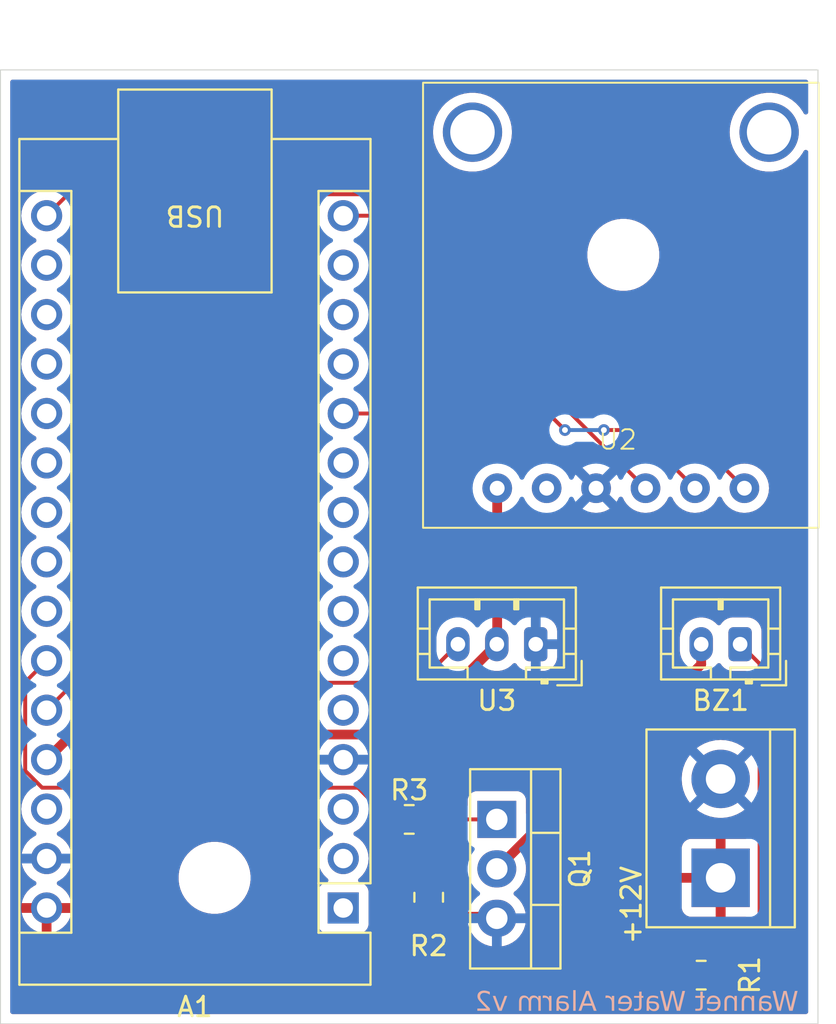
<source format=kicad_pcb>
(kicad_pcb (version 20240108) (generator "pcbnew") (generator_version "8.0")
  (layers (0 "F.Cu" signal) (31 "B.Cu" signal) (34 "B.Paste" user) (35 "F.Paste" user) (36 "B.SilkS" user "B.Silkscreen") (37 "F.SilkS" user "F.Silkscreen") (38 "B.Mask" user) (39 "F.Mask" user) (44 "Edge.Cuts" user))
  (net 0 "")
  (net 1 "Net-(A1-D8)")
  (net 3 "Net-(BZ1--)")
  (net 8 "+12V")
  (net 10 "Net-(A1-MISO)")
  (net 17 "GND")
  (net 22 "Net-(A1-SCK)")
  (net 24 "+5V")
  (net 29 "Net-(BZ1-+)")
  (net 30 "Net-(Q1-G)")
  (net 31 "/Alarm")
  (net 33 "/Water")
  (footprint "Resistor_SMD:R_0805_2012Metric_Pad1.20x1.40mm_HandSolder" (layer "F.Cu") (at 110 101.5 -90)
    (property "Reference" "R2" (at 2.5 0 180) (layer "F.SilkS"))
    (property "Value" "10k")
    (fp_line (start -0.227064 0.735) (end 0.227064 0.735) (stroke (width 0.12)) (layer "F.SilkS"))
    (fp_line (start -0.227064 -0.735) (end 0.227064 -0.735) (stroke (width 0.12)) (layer "F.SilkS"))
    (pad "1" smd roundrect (at -1 0 270) (size 1.2 1.4) (layers "F.Cu" "F.Paste" "F.Mask") (roundrect_rratio 0.208333) (net 30 "Net-(Q1-G)"))
    (pad "2" smd roundrect (at 1 0 270) (size 1.2 1.4) (layers "F.Cu" "F.Paste" "F.Mask") (roundrect_rratio 0.208333) (net 17 "GND"))
  )
  (footprint "Resistor_SMD:R_0805_2012Metric_Pad1.20x1.40mm_HandSolder" (layer "F.Cu") (at 109 97.5)
    (property "Reference" "R3" (at 0 -1.5 180) (layer "F.SilkS"))
    (property "Value" "220")
    (fp_line (start -0.227064 -0.735) (end 0.227064 -0.735) (stroke (width 0.12)) (layer "F.SilkS"))
    (fp_line (start -0.227064 0.735) (end 0.227064 0.735) (stroke (width 0.12)) (layer "F.SilkS"))
    (pad "1" smd roundrect (at -1 0) (size 1.2 1.4) (layers "F.Cu" "F.Paste" "F.Mask") (roundrect_rratio 0.208333) (net 31 "/Alarm"))
    (pad "2" smd roundrect (at 1 0) (size 1.2 1.4) (layers "F.Cu" "F.Paste" "F.Mask") (roundrect_rratio 0.208333) (net 30 "Net-(Q1-G)"))
  )
  (footprint "MountingHole:MountingHole_3.2mm_M3" (layer "F.Cu") (at 99 100.5)
    (property "Reference" "REF**" (hide yes))
    (property "Value" "MountingHole_3.2mm_M3")
    (pad "" np_thru_hole circle (at 0 0) (size 3.2 3.2) (drill 3.2) (layers "*.Cu" "*.Mask"))
  )
  (footprint "Package_TO_SOT_THT:TO-220-3_Vertical" (layer "F.Cu") (at 113.5 97.5 -90)
    (property "Reference" "Q1" (at 2.54 -4.27 90) (layer "F.SilkS"))
    (property "Value" "IRLB8721PBF")
    (fp_line (start -2.58 1.371) (end 7.66 1.371) (stroke (width 0.12)) (layer "F.SilkS"))
    (fp_line (start -2.58 -1.76) (end 7.66 -1.76) (stroke (width 0.12)) (layer "F.SilkS"))
    (fp_line (start -2.58 -3.27) (end -2.58 1.371) (stroke (width 0.12)) (layer "F.SilkS"))
    (fp_line (start -2.58 -3.27) (end 7.66 -3.27) (stroke (width 0.12)) (layer "F.SilkS"))
    (fp_line (start 0.69 -3.27) (end 0.69 -1.76) (stroke (width 0.12)) (layer "F.SilkS"))
    (fp_line (start 4.391 -3.27) (end 4.391 -1.76) (stroke (width 0.12)) (layer "F.SilkS"))
    (fp_line (start 7.66 -3.27) (end 7.66 1.371) (stroke (width 0.12)) (layer "F.SilkS"))
    (pad "1" thru_hole rect (at 0 0 270) (size 1.905 2) (drill 1.1) (layers "*.Cu" "*.Mask") (net 30 "Net-(Q1-G)"))
    (pad "2" thru_hole oval (at 2.54 0 270) (size 1.905 2) (drill 1.1) (layers "*.Cu" "*.Mask") (net 3 "Net-(BZ1--)"))
    (pad "3" thru_hole oval (at 5.08 0 270) (size 1.905 2) (drill 1.1) (layers "*.Cu" "*.Mask") (net 17 "GND"))
  )
  (footprint "Connector_JST:JST_PH_B2B-PH-K_1x02_P2.00mm_Vertical" (layer "F.Cu") (at 126 88.5 180)
    (property "Reference" "BZ1" (at 1 -2.9 0) (layer "F.SilkS"))
    (property "Value" "Buzzer")
    (fp_line (start 4.06 2.91) (end 4.06 -1.81) (stroke (width 0.12)) (layer "F.SilkS"))
    (fp_line (start 4.06 0.8) (end 3.45 0.8) (stroke (width 0.12)) (layer "F.SilkS"))
    (fp_line (start 4.06 -0.5) (end 3.45 -0.5) (stroke (width 0.12)) (layer "F.SilkS"))
    (fp_line (start 4.06 -1.81) (end -2.06 -1.81) (stroke (width 0.12)) (layer "F.SilkS"))
    (fp_line (start 3.45 2.3) (end 3.45 -1.2) (stroke (width 0.12)) (layer "F.SilkS"))
    (fp_line (start 3.45 -1.2) (end 1.5 -1.2) (stroke (width 0.12)) (layer "F.SilkS"))
    (fp_line (start 1.5 -1.2) (end 1.5 -1.81) (stroke (width 0.12)) (layer "F.SilkS"))
    (fp_line (start 1.1 1.8) (end 1.1 2.3) (stroke (width 0.12)) (layer "F.SilkS"))
    (fp_line (start 1 2.3) (end 1 1.8) (stroke (width 0.12)) (layer "F.SilkS"))
    (fp_line (start 0.9 2.3) (end 0.9 1.8) (stroke (width 0.12)) (layer "F.SilkS"))
    (fp_line (start 0.9 1.8) (end 1.1 1.8) (stroke (width 0.12)) (layer "F.SilkS"))
    (fp_line (start 0.5 -1.2) (end -1.45 -1.2) (stroke (width 0.12)) (layer "F.SilkS"))
    (fp_line (start 0.5 -1.81) (end 0.5 -1.2) (stroke (width 0.12)) (layer "F.SilkS"))
    (fp_line (start -0.3 -1.81) (end -0.3 -2.01) (stroke (width 0.12)) (layer "F.SilkS"))
    (fp_line (start -0.3 -1.91) (end -0.6 -1.91) (stroke (width 0.12)) (layer "F.SilkS"))
    (fp_line (start -0.3 -2.01) (end -0.6 -2.01) (stroke (width 0.12)) (layer "F.SilkS"))
    (fp_line (start -0.6 -2.01) (end -0.6 -1.81) (stroke (width 0.12)) (layer "F.SilkS"))
    (fp_line (start -1.11 -2.11) (end -2.36 -2.11) (stroke (width 0.12)) (layer "F.SilkS"))
    (fp_line (start -1.45 2.3) (end 3.45 2.3) (stroke (width 0.12)) (layer "F.SilkS"))
    (fp_line (start -1.45 -1.2) (end -1.45 2.3) (stroke (width 0.12)) (layer "F.SilkS"))
    (fp_line (start -2.06 2.91) (end 4.06 2.91) (stroke (width 0.12)) (layer "F.SilkS"))
    (fp_line (start -2.06 0.8) (end -1.45 0.8) (stroke (width 0.12)) (layer "F.SilkS"))
    (fp_line (start -2.06 -0.5) (end -1.45 -0.5) (stroke (width 0.12)) (layer "F.SilkS"))
    (fp_line (start -2.06 -1.81) (end -2.06 2.91) (stroke (width 0.12)) (layer "F.SilkS"))
    (fp_line (start -2.36 -2.11) (end -2.36 -0.86) (stroke (width 0.12)) (layer "F.SilkS"))
    (pad "1" thru_hole roundrect (at 0 0 180) (size 1.2 1.75) (drill 0.75) (layers "*.Cu" "*.Mask") (roundrect_rratio 0.208333) (net 29 "Net-(BZ1-+)"))
    (pad "2" thru_hole oval (at 2 0 180) (size 1.2 1.75) (drill 0.75) (layers "*.Cu" "*.Mask") (net 3 "Net-(BZ1--)"))
  )
  (footprint "MountingHole:MountingHole_3.2mm_M3" (layer "F.Cu") (at 120 68.5)
    (property "Reference" "REF**" (hide yes))
    (property "Value" "MountingHole_3.2mm_M3")
    (pad "" np_thru_hole circle (at 0 0) (size 3.2 3.2) (drill 3.2) (layers "*.Cu" "*.Mask"))
  )
  (footprint "Wannet:MAX31855_thermocouple_breakout" (layer "F.Cu") (at 119.71 55.66)
    (property "Reference" "U2" (at 0 22.34 0) (layer "F.SilkS") (effects (font (thickness 0.1))))
    (property "Value" "MAX31855")
    (fp_rect (start -10 4) (end 10.32 26.86) (stroke (width 0.1)) (fill none) (layer "F.SilkS"))
    (pad "" thru_hole circle (at -7.46 6.54) (size 3.048 3.048) (drill 2.286) (layers "*.Cu" "*.Mask"))
    (pad "" thru_hole circle (at 7.78 6.54) (size 3.048 3.048) (drill 2.286) (layers "*.Cu" "*.Mask"))
    (pad "1" thru_hole circle (at -6.19 24.828) (size 1.524 1.524) (drill 0.762) (layers "*.Cu" "*.Mask") (net 24 "+5V"))
    (pad "2" thru_hole circle (at -3.65 24.828) (size 1.524 1.524) (drill 0.762) (layers "*.Cu" "*.Mask"))
    (pad "3" thru_hole circle (at -1.11 24.828) (size 1.524 1.524) (drill 0.762) (layers "*.Cu" "*.Mask") (net 17 "GND"))
    (pad "4" thru_hole circle (at 1.43 24.828) (size 1.524 1.524) (drill 0.762) (layers "*.Cu" "*.Mask") (net 10 "Net-(A1-MISO)"))
    (pad "5" thru_hole circle (at 3.97 24.828) (size 1.524 1.524) (drill 0.762) (layers "*.Cu" "*.Mask") (net 1 "Net-(A1-D8)"))
    (pad "6" thru_hole circle (at 6.51 24.828) (size 1.524 1.524) (drill 0.762) (layers "*.Cu" "*.Mask") (net 22 "Net-(A1-SCK)"))
  )
  (footprint "TerminalBlock:TerminalBlock_bornier-2_P5.08mm" (layer "F.Cu") (at 125 100.5 90)
    (property "Reference" "J1" (hide yes))
    (property "Value" "Barrel_Jack")
    (fp_line (start 7.62 -3.81) (end -2.54 -3.81) (stroke (width 0.12)) (layer "F.SilkS"))
    (fp_line (start -2.54 -3.81) (end -2.54 3.81) (stroke (width 0.12)) (layer "F.SilkS"))
    (fp_line (start 7.62 2.54) (end -2.54 2.54) (stroke (width 0.12)) (layer "F.SilkS"))
    (fp_line (start 7.62 3.81) (end 7.62 -3.81) (stroke (width 0.12)) (layer "F.SilkS"))
    (fp_line (start -2.54 3.81) (end 7.62 3.81) (stroke (width 0.12)) (layer "F.SilkS"))
    (pad "1" thru_hole rect (at 0 0 90) (size 3 3) (drill 1.52) (layers "*.Cu" "*.Mask") (net 8 "+12V"))
    (pad "2" thru_hole circle (at 5.08 0 90) (size 3 3) (drill 1.52) (layers "*.Cu" "*.Mask") (net 17 "GND"))
  )
  (footprint "Module:Arduino_Nano" (layer "F.Cu") (at 105.61 102.05 180)
    (property "Reference" "A1" (at 7.62 -5.08 0) (layer "F.SilkS"))
    (property "Value" "Arduino_Nano_Every")
    (fp_line (start 16.64 39.5) (end 16.64 -3.94) (stroke (width 0.12)) (layer "F.SilkS"))
    (fp_line (start 16.64 39.5) (end 11.56 39.5) (stroke (width 0.12)) (layer "F.SilkS"))
    (fp_line (start 16.64 -3.94) (end -1.4 -3.94) (stroke (width 0.12)) (layer "F.SilkS"))
    (fp_line (start 13.97 36.83) (end 16.64 36.83) (stroke (width 0.12)) (layer "F.SilkS"))
    (fp_line (start 13.97 -1.27) (end 16.64 -1.27) (stroke (width 0.12)) (layer "F.SilkS"))
    (fp_line (start 13.97 -1.27) (end 13.97 36.83) (stroke (width 0.12)) (layer "F.SilkS"))
    (fp_line (start 11.56 42.04) (end 3.68 42.04) (stroke (width 0.12)) (layer "F.SilkS"))
    (fp_line (start 11.56 31.62) (end 11.56 42.04) (stroke (width 0.12)) (layer "F.SilkS"))
    (fp_line (start 3.68 42.04) (end 3.68 31.62) (stroke (width 0.12)) (layer "F.SilkS"))
    (fp_line (start 3.68 31.62) (end 11.56 31.62) (stroke (width 0.12)) (layer "F.SilkS"))
    (fp_line (start 1.27 36.83) (end -1.4 36.83) (stroke (width 0.12)) (layer "F.SilkS"))
    (fp_line (start 1.27 1.27) (end 1.27 36.83) (stroke (width 0.12)) (layer "F.SilkS"))
    (fp_line (start 1.27 1.27) (end 1.27 -1.27) (stroke (width 0.12)) (layer "F.SilkS"))
    (fp_line (start 1.27 1.27) (end -1.4 1.27) (stroke (width 0.12)) (layer "F.SilkS"))
    (fp_line (start 1.27 -1.27) (end -1.4 -1.27) (stroke (width 0.12)) (layer "F.SilkS"))
    (fp_line (start -1.4 39.5) (end 3.68 39.5) (stroke (width 0.12)) (layer "F.SilkS"))
    (fp_line (start -1.4 1.27) (end -1.4 39.5) (stroke (width 0.12)) (layer "F.SilkS"))
    (fp_line (start -1.4 -3.94) (end -1.4 -1.27) (stroke (width 0.12)) (layer "F.SilkS"))
    (fp_text user "USB" (at 7.62 35.56 180) (layer "F.SilkS"))
    (pad "1" thru_hole rect (at 0 0 180) (size 1.6 1.6) (drill 1) (layers "*.Cu" "*.Mask"))
    (pad "2" thru_hole oval (at 0 2.54 180) (size 1.6 1.6) (drill 1) (layers "*.Cu" "*.Mask"))
    (pad "3" thru_hole oval (at 0 5.08 180) (size 1.6 1.6) (drill 1) (layers "*.Cu" "*.Mask"))
    (pad "4" thru_hole oval (at 0 7.62 180) (size 1.6 1.6) (drill 1) (layers "*.Cu" "*.Mask") (net 17 "GND"))
    (pad "5" thru_hole oval (at 0 10.16 180) (size 1.6 1.6) (drill 1) (layers "*.Cu" "*.Mask"))
    (pad "6" thru_hole oval (at 0 12.7 180) (size 1.6 1.6) (drill 1) (layers "*.Cu" "*.Mask"))
    (pad "7" thru_hole oval (at 0 15.24 180) (size 1.6 1.6) (drill 1) (layers "*.Cu" "*.Mask"))
    (pad "8" thru_hole oval (at 0 17.78 180) (size 1.6 1.6) (drill 1) (layers "*.Cu" "*.Mask"))
    (pad "9" thru_hole oval (at 0 20.32 180) (size 1.6 1.6) (drill 1) (layers "*.Cu" "*.Mask"))
    (pad "10" thru_hole oval (at 0 22.86 180) (size 1.6 1.6) (drill 1) (layers "*.Cu" "*.Mask"))
    (pad "11" thru_hole oval (at 0 25.4 180) (size 1.6 1.6) (drill 1) (layers "*.Cu" "*.Mask") (net 1 "Net-(A1-D8)"))
    (pad "12" thru_hole oval (at 0 27.94 180) (size 1.6 1.6) (drill 1) (layers "*.Cu" "*.Mask"))
    (pad "13" thru_hole oval (at 0 30.48 180) (size 1.6 1.6) (drill 1) (layers "*.Cu" "*.Mask"))
    (pad "14" thru_hole oval (at 0 33.02 180) (size 1.6 1.6) (drill 1) (layers "*.Cu" "*.Mask"))
    (pad "15" thru_hole oval (at 0 35.56 180) (size 1.6 1.6) (drill 1) (layers "*.Cu" "*.Mask") (net 10 "Net-(A1-MISO)"))
    (pad "16" thru_hole oval (at 15.24 35.56 180) (size 1.6 1.6) (drill 1) (layers "*.Cu" "*.Mask") (net 22 "Net-(A1-SCK)"))
    (pad "17" thru_hole oval (at 15.24 33.02 180) (size 1.6 1.6) (drill 1) (layers "*.Cu" "*.Mask"))
    (pad "18" thru_hole oval (at 15.24 30.48 180) (size 1.6 1.6) (drill 1) (layers "*.Cu" "*.Mask"))
    (pad "19" thru_hole oval (at 15.24 27.94 180) (size 1.6 1.6) (drill 1) (layers "*.Cu" "*.Mask"))
    (pad "20" thru_hole oval (at 15.24 25.4 180) (size 1.6 1.6) (drill 1) (layers "*.Cu" "*.Mask"))
    (pad "21" thru_hole oval (at 15.24 22.86 180) (size 1.6 1.6) (drill 1) (layers "*.Cu" "*.Mask"))
    (pad "22" thru_hole oval (at 15.24 20.32 180) (size 1.6 1.6) (drill 1) (layers "*.Cu" "*.Mask"))
    (pad "23" thru_hole oval (at 15.24 17.78 180) (size 1.6 1.6) (drill 1) (layers "*.Cu" "*.Mask"))
    (pad "24" thru_hole oval (at 15.24 15.24 180) (size 1.6 1.6) (drill 1) (layers "*.Cu" "*.Mask"))
    (pad "25" thru_hole oval (at 15.24 12.7 180) (size 1.6 1.6) (drill 1) (layers "*.Cu" "*.Mask") (net 31 "/Alarm"))
    (pad "26" thru_hole oval (at 15.24 10.16 180) (size 1.6 1.6) (drill 1) (layers "*.Cu" "*.Mask") (net 33 "/Water"))
    (pad "27" thru_hole oval (at 15.24 7.62 180) (size 1.6 1.6) (drill 1) (layers "*.Cu" "*.Mask") (net 24 "+5V"))
    (pad "28" thru_hole oval (at 15.24 5.08 180) (size 1.6 1.6) (drill 1) (layers "*.Cu" "*.Mask"))
    (pad "29" thru_hole oval (at 15.24 2.54 180) (size 1.6 1.6) (drill 1) (layers "*.Cu" "*.Mask") (net 17 "GND"))
    (pad "30" thru_hole oval (at 15.24 0 180) (size 1.6 1.6) (drill 1) (layers "*.Cu" "*.Mask") (net 8 "+12V"))
  )
  (footprint "Connector_JST:JST_PH_B3B-PH-K_1x03_P2.00mm_Vertical" (layer "F.Cu") (at 115.5 88.5 180)
    (property "Reference" "U3" (at 2 -2.9 0) (layer "F.SilkS"))
    (property "Value" "Water Sensor")
    (fp_line (start 6.06 2.91) (end 6.06 -1.81) (stroke (width 0.12)) (layer "F.SilkS"))
    (fp_line (start 6.06 0.8) (end 5.45 0.8) (stroke (width 0.12)) (layer "F.SilkS"))
    (fp_line (start 6.06 -0.5) (end 5.45 -0.5) (stroke (width 0.12)) (layer "F.SilkS"))
    (fp_line (start 6.06 -1.81) (end -2.06 -1.81) (stroke (width 0.12)) (layer "F.SilkS"))
    (fp_line (start 5.45 2.3) (end 5.45 -1.2) (stroke (width 0.12)) (layer "F.SilkS"))
    (fp_line (start 5.45 -1.2) (end 3.5 -1.2) (stroke (width 0.12)) (layer "F.SilkS"))
    (fp_line (start 3.5 -1.2) (end 3.5 -1.81) (stroke (width 0.12)) (layer "F.SilkS"))
    (fp_line (start 3.1 1.8) (end 3.1 2.3) (stroke (width 0.12)) (layer "F.SilkS"))
    (fp_line (start 3 2.3) (end 3 1.8) (stroke (width 0.12)) (layer "F.SilkS"))
    (fp_line (start 2.9 2.3) (end 2.9 1.8) (stroke (width 0.12)) (layer "F.SilkS"))
    (fp_line (start 2.9 1.8) (end 3.1 1.8) (stroke (width 0.12)) (layer "F.SilkS"))
    (fp_line (start 1.1 1.8) (end 1.1 2.3) (stroke (width 0.12)) (layer "F.SilkS"))
    (fp_line (start 1 2.3) (end 1 1.8) (stroke (width 0.12)) (layer "F.SilkS"))
    (fp_line (start 0.9 2.3) (end 0.9 1.8) (stroke (width 0.12)) (layer "F.SilkS"))
    (fp_line (start 0.9 1.8) (end 1.1 1.8) (stroke (width 0.12)) (layer "F.SilkS"))
    (fp_line (start 0.5 -1.2) (end -1.45 -1.2) (stroke (width 0.12)) (layer "F.SilkS"))
    (fp_line (start 0.5 -1.81) (end 0.5 -1.2) (stroke (width 0.12)) (layer "F.SilkS"))
    (fp_line (start -0.3 -1.81) (end -0.3 -2.01) (stroke (width 0.12)) (layer "F.SilkS"))
    (fp_line (start -0.3 -1.91) (end -0.6 -1.91) (stroke (width 0.12)) (layer "F.SilkS"))
    (fp_line (start -0.3 -2.01) (end -0.6 -2.01) (stroke (width 0.12)) (layer "F.SilkS"))
    (fp_line (start -0.6 -2.01) (end -0.6 -1.81) (stroke (width 0.12)) (layer "F.SilkS"))
    (fp_line (start -1.11 -2.11) (end -2.36 -2.11) (stroke (width 0.12)) (layer "F.SilkS"))
    (fp_line (start -1.45 2.3) (end 5.45 2.3) (stroke (width 0.12)) (layer "F.SilkS"))
    (fp_line (start -1.45 -1.2) (end -1.45 2.3) (stroke (width 0.12)) (layer "F.SilkS"))
    (fp_line (start -2.06 2.91) (end 6.06 2.91) (stroke (width 0.12)) (layer "F.SilkS"))
    (fp_line (start -2.06 0.8) (end -1.45 0.8) (stroke (width 0.12)) (layer "F.SilkS"))
    (fp_line (start -2.06 -0.5) (end -1.45 -0.5) (stroke (width 0.12)) (layer "F.SilkS"))
    (fp_line (start -2.06 -1.81) (end -2.06 2.91) (stroke (width 0.12)) (layer "F.SilkS"))
    (fp_line (start -2.36 -2.11) (end -2.36 -0.86) (stroke (width 0.12)) (layer "F.SilkS"))
    (pad "1" thru_hole roundrect (at 0 0 180) (size 1.2 1.75) (drill 0.75) (layers "*.Cu" "*.Mask") (roundrect_rratio 0.208333) (net 17 "GND"))
    (pad "2" thru_hole oval (at 2 0 180) (size 1.2 1.75) (drill 0.75) (layers "*.Cu" "*.Mask") (net 24 "+5V"))
    (pad "3" thru_hole oval (at 4 0 180) (size 1.2 1.75) (drill 0.75) (layers "*.Cu" "*.Mask") (net 33 "/Water"))
  )
  (footprint "Resistor_SMD:R_0805_2012Metric_Pad1.20x1.40mm_HandSolder" (layer "F.Cu") (at 124 105.5)
    (property "Reference" "R1" (at 2.5 0 90) (layer "F.SilkS"))
    (property "Value" "1k")
    (fp_line (start -0.227064 -0.735) (end 0.227064 -0.735) (stroke (width 0.12)) (layer "F.SilkS"))
    (fp_line (start -0.227064 0.735) (end 0.227064 0.735) (stroke (width 0.12)) (layer "F.SilkS"))
    (pad "1" smd roundrect (at -1 0) (size 1.2 1.4) (layers "F.Cu" "F.Paste" "F.Mask") (roundrect_rratio 0.208333) (net 8 "+12V"))
    (pad "2" smd roundrect (at 1 0) (size 1.2 1.4) (layers "F.Cu" "F.Paste" "F.Mask") (roundrect_rratio 0.208333) (net 29 "Net-(BZ1-+)"))
  )
  (gr_rect (start 88 59) (end 130 108) (stroke (width 0.05)) (fill none) (layer "Edge.Cuts"))
  (gr_text "Wannet Water Alarm v2" (at 129 107.5 0) (layer "B.SilkS") (effects (font (size 1 1)) (justify left bottom mirror)))
  (gr_text "+12V" (at 121 104 90) (layer "F.SilkS") (effects (font (size 1 1)) (justify left bottom)))
  (segment (start 119.000265 77.499735) (end 120.691735 77.499735) (width 0.2) (layer "F.Cu") (net 1))
  (segment (start 105.61 76.65) (end 116.15 76.65) (width 0.2) (layer "F.Cu") (net 1))
  (segment (start 116.15 76.65) (end 117 77.5) (width 0.2) (layer "F.Cu") (net 1))
  (segment (start 120.691735 77.499735) (end 123.68 80.488) (width 0.2) (layer "F.Cu") (net 1))
  (via (at 119.000265 77.499735) (size 0.6) (drill 0.3) (layers "F.Cu" "B.Cu") (net 1))
  (via (at 117 77.5) (size 0.6) (drill 0.3) (layers "F.Cu" "B.Cu") (net 1))
  (segment (start 117 77.5) (end 119 77.5) (width 0.2) (layer "B.Cu") (net 1))
  (segment (start 119 77.5) (end 119.000265 77.499735) (width 0.2) (layer "B.Cu") (net 1))
  (segment (start 124 89.54) (end 124 88.5) (width 0.5) (layer "F.Cu") (net 3))
  (segment (start 113.5 100.04) (end 124 89.54) (width 0.5) (layer "F.Cu") (net 3))
  (segment (start 123 105.5) (end 97.5 105.5) (width 0.5) (layer "F.Cu") (net 8))
  (segment (start 94.05 102.05) (end 90.37 102.05) (width 0.5) (layer "F.Cu") (net 8))
  (segment (start 125 103.5) (end 125 100.5) (width 0.5) (layer "F.Cu") (net 8))
  (segment (start 123 105.5) (end 125 103.5) (width 0.5) (layer "F.Cu") (net 8))
  (segment (start 97.5 105.5) (end 94.05 102.05) (width 0.5) (layer "F.Cu") (net 8))
  (segment (start 121.14 80.488) (end 107.142 66.49) (width 0.2) (layer "F.Cu") (net 10))
  (segment (start 107.142 66.49) (end 105.61 66.49) (width 0.2) (layer "F.Cu") (net 10))
  (segment (start 113.42 102.5) (end 113.5 102.58) (width 0.2) (layer "F.Cu") (net 17))
  (segment (start 115.5 88.5) (end 115.5 83.588) (width 0.2) (layer "F.Cu") (net 17))
  (segment (start 115.5 83.588) (end 118.6 80.488) (width 0.2) (layer "F.Cu") (net 17))
  (segment (start 110 102.5) (end 113.42 102.5) (width 0.5) (layer "F.Cu") (net 17))
  (segment (start 111.122 65.39) (end 91.47 65.39) (width 0.2) (layer "F.Cu") (net 22))
  (segment (start 126.22 80.488) (end 111.122 65.39) (width 0.2) (layer "F.Cu") (net 22))
  (segment (start 91.47 65.39) (end 90.37 66.49) (width 0.2) (layer "F.Cu") (net 22))
  (segment (start 108.86 93.14) (end 109 93) (width 0.5) (layer "F.Cu") (net 24))
  (segment (start 113.52 87.98) (end 113.52 80.488) (width 0.5) (layer "F.Cu") (net 24))
  (segment (start 113.5 88.5) (end 113.5 88) (width 0.2) (layer "F.Cu") (net 24))
  (segment (start 90.37 94.43) (end 91.66 93.14) (width 0.5) (layer "F.Cu") (net 24))
  (segment (start 113.5 88) (end 113.52 87.98) (width 0.2) (layer "F.Cu") (net 24))
  (segment (start 109 93) (end 113.5 88.5) (width 0.5) (layer "F.Cu") (net 24))
  (segment (start 91.66 93.14) (end 108.86 93.14) (width 0.5) (layer "F.Cu") (net 24))
  (segment (start 125 105.5) (end 127 103.5) (width 0.2) (layer "F.Cu") (net 29))
  (segment (start 127 89.5) (end 126 88.5) (width 0.2) (layer "F.Cu") (net 29))
  (segment (start 127 103.5) (end 127 89.5) (width 0.2) (layer "F.Cu") (net 29))
  (segment (start 113.5 97.5) (end 110 97.5) (width 0.2) (layer "F.Cu") (net 30))
  (segment (start 110 100.5) (end 110 97.5) (width 0.2) (layer "F.Cu") (net 30))
  (segment (start 106.37 95.87) (end 90.14 95.87) (width 0.2) (layer "F.Cu") (net 31))
  (segment (start 108 97.5) (end 106.37 95.87) (width 0.2) (layer "F.Cu") (net 31))
  (segment (start 90.14 95.87) (end 89.27 95) (width 0.2) (layer "F.Cu") (net 31))
  (segment (start 89.27 95) (end 89.27 90.45) (width 0.2) (layer "F.Cu") (net 31))
  (segment (start 89.27 90.45) (end 90.37 89.35) (width 0.2) (layer "F.Cu") (net 31))
  (segment (start 90.37 91.89) (end 91.778947 90.481053) (width 0.2) (layer "F.Cu") (net 33))
  (segment (start 91.778947 90.481053) (end 109.518947 90.481053) (width 0.2) (layer "F.Cu") (net 33))
  (segment (start 111.5 88.5) (end 109.518947 90.481053) (width 0.2) (layer "F.Cu") (net 33))
  (zone (net 8) (net_name "+12V") (layer "F.Cu") (connect_pads (clearance 0.5)) (min_thickness 0.25) (fill yes (thermal_gap 0.5) (thermal_bridge_width 0.5))
    (polygon (pts (xy 88 59) (xy 88 108) (xy 130 108) (xy 130 59)))
  )
  (zone (net 17) (net_name "GND") (layer "B.Cu") (priority 1) (connect_pads (clearance 0.5)) (min_thickness 0.25) (fill yes (thermal_gap 0.5) (thermal_bridge_width 0.5))
    (polygon (pts (xy 88 59) (xy 88 108) (xy 130 108) (xy 130 59)))
  )
)
</source>
